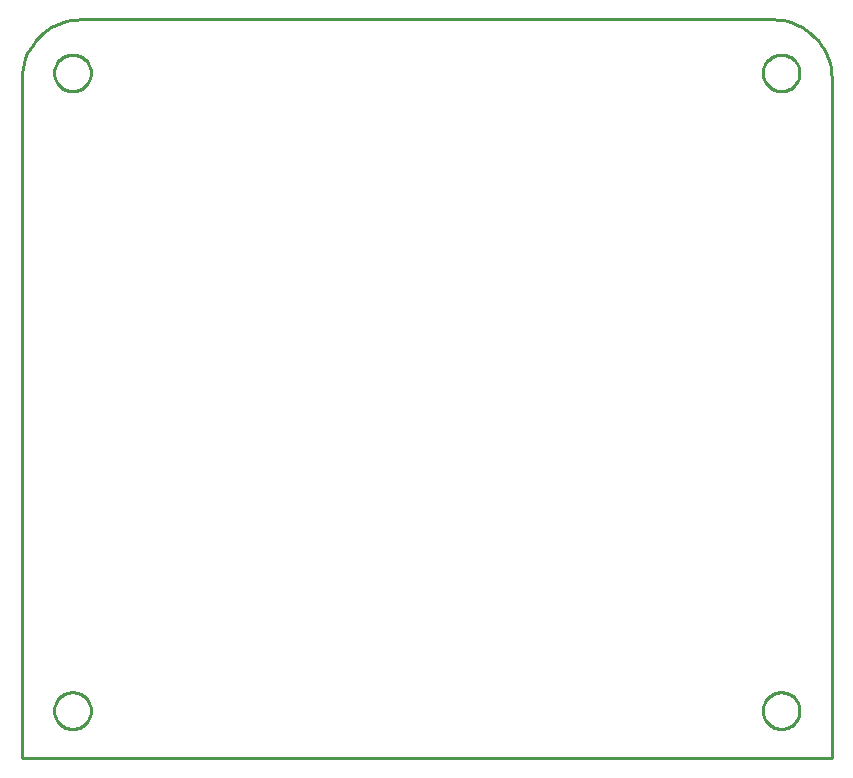
<source format=gbr>
G04 EAGLE Gerber RS-274X export*
G75*
%MOMM*%
%FSLAX34Y34*%
%LPD*%
%IN*%
%IPPOS*%
%AMOC8*
5,1,8,0,0,1.08239X$1,22.5*%
G01*
%ADD10C,0.254000*%


D10*
X-342900Y0D02*
X342700Y0D01*
X342700Y575350D01*
X342510Y579708D01*
X341940Y584032D01*
X340996Y588291D01*
X339685Y592451D01*
X338015Y596481D01*
X336001Y600350D01*
X333658Y604029D01*
X331002Y607489D01*
X328055Y610705D01*
X324839Y613652D01*
X321379Y616308D01*
X317700Y618651D01*
X313831Y620665D01*
X309801Y622335D01*
X305641Y623646D01*
X301382Y624590D01*
X297058Y625160D01*
X292700Y625350D01*
X-292900Y625350D01*
X-297258Y625160D01*
X-301582Y624590D01*
X-305841Y623646D01*
X-310001Y622335D01*
X-314031Y620665D01*
X-317900Y618651D01*
X-321579Y616308D01*
X-325039Y613652D01*
X-328255Y610705D01*
X-331202Y607489D01*
X-333858Y604029D01*
X-336201Y600350D01*
X-338215Y596481D01*
X-339885Y592451D01*
X-341196Y588291D01*
X-342140Y584032D01*
X-342710Y579708D01*
X-342900Y575350D01*
X-342900Y0D01*
X-284500Y39446D02*
X-284579Y38342D01*
X-284737Y37246D01*
X-284972Y36164D01*
X-285284Y35102D01*
X-285671Y34065D01*
X-286131Y33058D01*
X-286661Y32086D01*
X-287260Y31154D01*
X-287923Y30268D01*
X-288648Y29431D01*
X-289431Y28648D01*
X-290268Y27923D01*
X-291154Y27260D01*
X-292086Y26661D01*
X-293058Y26131D01*
X-294065Y25671D01*
X-295102Y25284D01*
X-296164Y24972D01*
X-297246Y24737D01*
X-298342Y24579D01*
X-299446Y24500D01*
X-300554Y24500D01*
X-301658Y24579D01*
X-302754Y24737D01*
X-303836Y24972D01*
X-304898Y25284D01*
X-305935Y25671D01*
X-306943Y26131D01*
X-307914Y26661D01*
X-308846Y27260D01*
X-309732Y27923D01*
X-310569Y28648D01*
X-311352Y29431D01*
X-312077Y30268D01*
X-312740Y31154D01*
X-313339Y32086D01*
X-313869Y33058D01*
X-314329Y34065D01*
X-314716Y35102D01*
X-315028Y36164D01*
X-315263Y37246D01*
X-315421Y38342D01*
X-315500Y39446D01*
X-315500Y40554D01*
X-315421Y41658D01*
X-315263Y42754D01*
X-315028Y43836D01*
X-314716Y44898D01*
X-314329Y45935D01*
X-313869Y46943D01*
X-313339Y47914D01*
X-312740Y48846D01*
X-312077Y49732D01*
X-311352Y50569D01*
X-310569Y51352D01*
X-309732Y52077D01*
X-308846Y52740D01*
X-307914Y53339D01*
X-306943Y53869D01*
X-305935Y54329D01*
X-304898Y54716D01*
X-303836Y55028D01*
X-302754Y55263D01*
X-301658Y55421D01*
X-300554Y55500D01*
X-299446Y55500D01*
X-298342Y55421D01*
X-297246Y55263D01*
X-296164Y55028D01*
X-295102Y54716D01*
X-294065Y54329D01*
X-293058Y53869D01*
X-292086Y53339D01*
X-291154Y52740D01*
X-290268Y52077D01*
X-289431Y51352D01*
X-288648Y50569D01*
X-287923Y49732D01*
X-287260Y48846D01*
X-286661Y47914D01*
X-286131Y46943D01*
X-285671Y45935D01*
X-285284Y44898D01*
X-284972Y43836D01*
X-284737Y42754D01*
X-284579Y41658D01*
X-284500Y40554D01*
X-284500Y39446D01*
X315500Y39446D02*
X315421Y38342D01*
X315263Y37246D01*
X315028Y36164D01*
X314716Y35102D01*
X314329Y34065D01*
X313869Y33058D01*
X313339Y32086D01*
X312740Y31154D01*
X312077Y30268D01*
X311352Y29431D01*
X310569Y28648D01*
X309732Y27923D01*
X308846Y27260D01*
X307914Y26661D01*
X306943Y26131D01*
X305935Y25671D01*
X304898Y25284D01*
X303836Y24972D01*
X302754Y24737D01*
X301658Y24579D01*
X300554Y24500D01*
X299446Y24500D01*
X298342Y24579D01*
X297246Y24737D01*
X296164Y24972D01*
X295102Y25284D01*
X294065Y25671D01*
X293058Y26131D01*
X292086Y26661D01*
X291154Y27260D01*
X290268Y27923D01*
X289431Y28648D01*
X288648Y29431D01*
X287923Y30268D01*
X287260Y31154D01*
X286661Y32086D01*
X286131Y33058D01*
X285671Y34065D01*
X285284Y35102D01*
X284972Y36164D01*
X284737Y37246D01*
X284579Y38342D01*
X284500Y39446D01*
X284500Y40554D01*
X284579Y41658D01*
X284737Y42754D01*
X284972Y43836D01*
X285284Y44898D01*
X285671Y45935D01*
X286131Y46943D01*
X286661Y47914D01*
X287260Y48846D01*
X287923Y49732D01*
X288648Y50569D01*
X289431Y51352D01*
X290268Y52077D01*
X291154Y52740D01*
X292086Y53339D01*
X293058Y53869D01*
X294065Y54329D01*
X295102Y54716D01*
X296164Y55028D01*
X297246Y55263D01*
X298342Y55421D01*
X299446Y55500D01*
X300554Y55500D01*
X301658Y55421D01*
X302754Y55263D01*
X303836Y55028D01*
X304898Y54716D01*
X305935Y54329D01*
X306943Y53869D01*
X307914Y53339D01*
X308846Y52740D01*
X309732Y52077D01*
X310569Y51352D01*
X311352Y50569D01*
X312077Y49732D01*
X312740Y48846D01*
X313339Y47914D01*
X313869Y46943D01*
X314329Y45935D01*
X314716Y44898D01*
X315028Y43836D01*
X315263Y42754D01*
X315421Y41658D01*
X315500Y40554D01*
X315500Y39446D01*
X-284500Y579446D02*
X-284579Y578342D01*
X-284737Y577246D01*
X-284972Y576164D01*
X-285284Y575102D01*
X-285671Y574065D01*
X-286131Y573058D01*
X-286661Y572086D01*
X-287260Y571154D01*
X-287923Y570268D01*
X-288648Y569431D01*
X-289431Y568648D01*
X-290268Y567923D01*
X-291154Y567260D01*
X-292086Y566661D01*
X-293058Y566131D01*
X-294065Y565671D01*
X-295102Y565284D01*
X-296164Y564972D01*
X-297246Y564737D01*
X-298342Y564579D01*
X-299446Y564500D01*
X-300554Y564500D01*
X-301658Y564579D01*
X-302754Y564737D01*
X-303836Y564972D01*
X-304898Y565284D01*
X-305935Y565671D01*
X-306943Y566131D01*
X-307914Y566661D01*
X-308846Y567260D01*
X-309732Y567923D01*
X-310569Y568648D01*
X-311352Y569431D01*
X-312077Y570268D01*
X-312740Y571154D01*
X-313339Y572086D01*
X-313869Y573058D01*
X-314329Y574065D01*
X-314716Y575102D01*
X-315028Y576164D01*
X-315263Y577246D01*
X-315421Y578342D01*
X-315500Y579446D01*
X-315500Y580554D01*
X-315421Y581658D01*
X-315263Y582754D01*
X-315028Y583836D01*
X-314716Y584898D01*
X-314329Y585935D01*
X-313869Y586943D01*
X-313339Y587914D01*
X-312740Y588846D01*
X-312077Y589732D01*
X-311352Y590569D01*
X-310569Y591352D01*
X-309732Y592077D01*
X-308846Y592740D01*
X-307914Y593339D01*
X-306943Y593869D01*
X-305935Y594329D01*
X-304898Y594716D01*
X-303836Y595028D01*
X-302754Y595263D01*
X-301658Y595421D01*
X-300554Y595500D01*
X-299446Y595500D01*
X-298342Y595421D01*
X-297246Y595263D01*
X-296164Y595028D01*
X-295102Y594716D01*
X-294065Y594329D01*
X-293058Y593869D01*
X-292086Y593339D01*
X-291154Y592740D01*
X-290268Y592077D01*
X-289431Y591352D01*
X-288648Y590569D01*
X-287923Y589732D01*
X-287260Y588846D01*
X-286661Y587914D01*
X-286131Y586943D01*
X-285671Y585935D01*
X-285284Y584898D01*
X-284972Y583836D01*
X-284737Y582754D01*
X-284579Y581658D01*
X-284500Y580554D01*
X-284500Y579446D01*
X315500Y579446D02*
X315421Y578342D01*
X315263Y577246D01*
X315028Y576164D01*
X314716Y575102D01*
X314329Y574065D01*
X313869Y573058D01*
X313339Y572086D01*
X312740Y571154D01*
X312077Y570268D01*
X311352Y569431D01*
X310569Y568648D01*
X309732Y567923D01*
X308846Y567260D01*
X307914Y566661D01*
X306943Y566131D01*
X305935Y565671D01*
X304898Y565284D01*
X303836Y564972D01*
X302754Y564737D01*
X301658Y564579D01*
X300554Y564500D01*
X299446Y564500D01*
X298342Y564579D01*
X297246Y564737D01*
X296164Y564972D01*
X295102Y565284D01*
X294065Y565671D01*
X293058Y566131D01*
X292086Y566661D01*
X291154Y567260D01*
X290268Y567923D01*
X289431Y568648D01*
X288648Y569431D01*
X287923Y570268D01*
X287260Y571154D01*
X286661Y572086D01*
X286131Y573058D01*
X285671Y574065D01*
X285284Y575102D01*
X284972Y576164D01*
X284737Y577246D01*
X284579Y578342D01*
X284500Y579446D01*
X284500Y580554D01*
X284579Y581658D01*
X284737Y582754D01*
X284972Y583836D01*
X285284Y584898D01*
X285671Y585935D01*
X286131Y586943D01*
X286661Y587914D01*
X287260Y588846D01*
X287923Y589732D01*
X288648Y590569D01*
X289431Y591352D01*
X290268Y592077D01*
X291154Y592740D01*
X292086Y593339D01*
X293058Y593869D01*
X294065Y594329D01*
X295102Y594716D01*
X296164Y595028D01*
X297246Y595263D01*
X298342Y595421D01*
X299446Y595500D01*
X300554Y595500D01*
X301658Y595421D01*
X302754Y595263D01*
X303836Y595028D01*
X304898Y594716D01*
X305935Y594329D01*
X306943Y593869D01*
X307914Y593339D01*
X308846Y592740D01*
X309732Y592077D01*
X310569Y591352D01*
X311352Y590569D01*
X312077Y589732D01*
X312740Y588846D01*
X313339Y587914D01*
X313869Y586943D01*
X314329Y585935D01*
X314716Y584898D01*
X315028Y583836D01*
X315263Y582754D01*
X315421Y581658D01*
X315500Y580554D01*
X315500Y579446D01*
M02*

</source>
